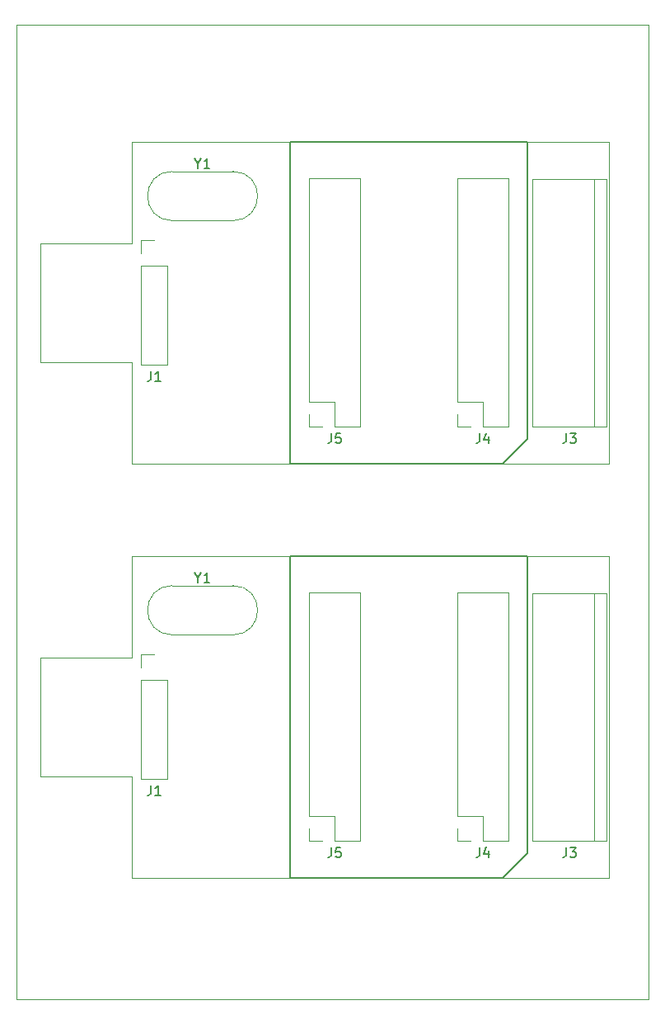
<source format=gbr>
G04 #@! TF.GenerationSoftware,KiCad,Pcbnew,(5.1.5)-3*
G04 #@! TF.CreationDate,2022-04-02T01:18:13+03:00*
G04 #@! TF.ProjectId,USB-UART_PANEL,5553422d-5541-4525-945f-50414e454c2e,rev?*
G04 #@! TF.SameCoordinates,Original*
G04 #@! TF.FileFunction,Legend,Top*
G04 #@! TF.FilePolarity,Positive*
%FSLAX46Y46*%
G04 Gerber Fmt 4.6, Leading zero omitted, Abs format (unit mm)*
G04 Created by KiCad (PCBNEW (5.1.5)-3) date 2022-04-02 01:18:13*
%MOMM*%
%LPD*%
G04 APERTURE LIST*
%ADD10C,0.050000*%
%ADD11C,0.150000*%
%ADD12C,0.120000*%
G04 APERTURE END LIST*
D10*
X0Y100000000D02*
X0Y0D01*
X65000000Y100000000D02*
X0Y100000000D01*
X65000000Y0D02*
X65000000Y100000000D01*
X0Y0D02*
X65000000Y0D01*
D11*
X28154000Y45520000D02*
X28154000Y12500000D01*
X52538000Y45520000D02*
X52538000Y15040000D01*
X28154000Y45520000D02*
X52538000Y45520000D01*
X52538000Y15040000D02*
X49998000Y12500000D01*
X49998000Y12500000D02*
X28154000Y12500000D01*
D10*
X2500000Y22914000D02*
X2500000Y35106000D01*
X11898000Y22914000D02*
X2500000Y22914000D01*
X11898000Y12500000D02*
X11898000Y22914000D01*
X60920000Y12500000D02*
X11898000Y12500000D01*
X60920000Y45520000D02*
X60920000Y12500000D01*
X11898000Y45520000D02*
X60920000Y45520000D01*
X11898000Y35106000D02*
X11898000Y45520000D01*
X2500000Y35106000D02*
X11898000Y35106000D01*
D11*
X28154000Y88020000D02*
X28154000Y55000000D01*
X52538000Y88020000D02*
X52538000Y57540000D01*
X28154000Y88020000D02*
X52538000Y88020000D01*
X52538000Y57540000D02*
X49998000Y55000000D01*
X49998000Y55000000D02*
X28154000Y55000000D01*
D10*
X2500000Y65414000D02*
X2500000Y77606000D01*
X11898000Y65414000D02*
X2500000Y65414000D01*
X11898000Y55000000D02*
X11898000Y65414000D01*
X60920000Y55000000D02*
X11898000Y55000000D01*
X60920000Y88020000D02*
X60920000Y55000000D01*
X11898000Y88020000D02*
X60920000Y88020000D01*
X11898000Y77606000D02*
X11898000Y88020000D01*
X2500000Y77606000D02*
X11898000Y77606000D01*
D12*
X53046000Y16310000D02*
X60666000Y16310000D01*
X53046000Y41710000D02*
X60666000Y41710000D01*
X53046000Y16310000D02*
X53046000Y41710000D01*
X59396000Y16310000D02*
X59396000Y41710000D01*
X60666000Y16310000D02*
X60666000Y41710000D01*
X22289000Y37407000D02*
G75*
G03X22289000Y42457000I0J2525000D01*
G01*
X16039000Y37407000D02*
G75*
G02X16039000Y42457000I0J2525000D01*
G01*
X16039000Y37407000D02*
X22289000Y37407000D01*
X16039000Y42457000D02*
X22289000Y42457000D01*
X31456000Y16250000D02*
X30126000Y16250000D01*
X30126000Y16250000D02*
X30126000Y17580000D01*
X32726000Y16250000D02*
X32726000Y18850000D01*
X32726000Y18850000D02*
X30126000Y18850000D01*
X30126000Y18850000D02*
X30126000Y41770000D01*
X35326000Y41770000D02*
X30126000Y41770000D01*
X35326000Y16250000D02*
X35326000Y41770000D01*
X35326000Y16250000D02*
X32726000Y16250000D01*
X46696000Y16250000D02*
X45366000Y16250000D01*
X45366000Y16250000D02*
X45366000Y17580000D01*
X47966000Y16250000D02*
X47966000Y18850000D01*
X47966000Y18850000D02*
X45366000Y18850000D01*
X45366000Y18850000D02*
X45366000Y41770000D01*
X50566000Y41770000D02*
X45366000Y41770000D01*
X50566000Y16250000D02*
X50566000Y41770000D01*
X50566000Y16250000D02*
X47966000Y16250000D01*
X12854000Y35420000D02*
X14184000Y35420000D01*
X12854000Y34090000D02*
X12854000Y35420000D01*
X12854000Y32820000D02*
X15514000Y32820000D01*
X15514000Y32820000D02*
X15514000Y22600000D01*
X12854000Y32820000D02*
X12854000Y22600000D01*
X12854000Y22600000D02*
X15514000Y22600000D01*
X53046000Y58810000D02*
X60666000Y58810000D01*
X53046000Y84210000D02*
X60666000Y84210000D01*
X53046000Y58810000D02*
X53046000Y84210000D01*
X59396000Y58810000D02*
X59396000Y84210000D01*
X60666000Y58810000D02*
X60666000Y84210000D01*
X22289000Y79907000D02*
G75*
G03X22289000Y84957000I0J2525000D01*
G01*
X16039000Y79907000D02*
G75*
G02X16039000Y84957000I0J2525000D01*
G01*
X16039000Y79907000D02*
X22289000Y79907000D01*
X16039000Y84957000D02*
X22289000Y84957000D01*
X31456000Y58750000D02*
X30126000Y58750000D01*
X30126000Y58750000D02*
X30126000Y60080000D01*
X32726000Y58750000D02*
X32726000Y61350000D01*
X32726000Y61350000D02*
X30126000Y61350000D01*
X30126000Y61350000D02*
X30126000Y84270000D01*
X35326000Y84270000D02*
X30126000Y84270000D01*
X35326000Y58750000D02*
X35326000Y84270000D01*
X35326000Y58750000D02*
X32726000Y58750000D01*
X46696000Y58750000D02*
X45366000Y58750000D01*
X45366000Y58750000D02*
X45366000Y60080000D01*
X47966000Y58750000D02*
X47966000Y61350000D01*
X47966000Y61350000D02*
X45366000Y61350000D01*
X45366000Y61350000D02*
X45366000Y84270000D01*
X50566000Y84270000D02*
X45366000Y84270000D01*
X50566000Y58750000D02*
X50566000Y84270000D01*
X50566000Y58750000D02*
X47966000Y58750000D01*
X12854000Y77920000D02*
X14184000Y77920000D01*
X12854000Y76590000D02*
X12854000Y77920000D01*
X12854000Y75320000D02*
X15514000Y75320000D01*
X15514000Y75320000D02*
X15514000Y65100000D01*
X12854000Y75320000D02*
X12854000Y65100000D01*
X12854000Y65100000D02*
X15514000Y65100000D01*
D11*
X56522666Y15587619D02*
X56522666Y14873333D01*
X56475047Y14730476D01*
X56379809Y14635238D01*
X56236952Y14587619D01*
X56141714Y14587619D01*
X56903619Y15587619D02*
X57522666Y15587619D01*
X57189333Y15206666D01*
X57332190Y15206666D01*
X57427428Y15159047D01*
X57475047Y15111428D01*
X57522666Y15016190D01*
X57522666Y14778095D01*
X57475047Y14682857D01*
X57427428Y14635238D01*
X57332190Y14587619D01*
X57046476Y14587619D01*
X56951238Y14635238D01*
X56903619Y14682857D01*
X18687809Y43257809D02*
X18687809Y42781619D01*
X18354476Y43781619D02*
X18687809Y43257809D01*
X19021142Y43781619D01*
X19878285Y42781619D02*
X19306857Y42781619D01*
X19592571Y42781619D02*
X19592571Y43781619D01*
X19497333Y43638761D01*
X19402095Y43543523D01*
X19306857Y43495904D01*
X32392666Y15587619D02*
X32392666Y14873333D01*
X32345047Y14730476D01*
X32249809Y14635238D01*
X32106952Y14587619D01*
X32011714Y14587619D01*
X33345047Y15587619D02*
X32868857Y15587619D01*
X32821238Y15111428D01*
X32868857Y15159047D01*
X32964095Y15206666D01*
X33202190Y15206666D01*
X33297428Y15159047D01*
X33345047Y15111428D01*
X33392666Y15016190D01*
X33392666Y14778095D01*
X33345047Y14682857D01*
X33297428Y14635238D01*
X33202190Y14587619D01*
X32964095Y14587619D01*
X32868857Y14635238D01*
X32821238Y14682857D01*
X47632666Y15587619D02*
X47632666Y14873333D01*
X47585047Y14730476D01*
X47489809Y14635238D01*
X47346952Y14587619D01*
X47251714Y14587619D01*
X48537428Y15254285D02*
X48537428Y14587619D01*
X48299333Y15635238D02*
X48061238Y14920952D01*
X48680285Y14920952D01*
X13850666Y21937619D02*
X13850666Y21223333D01*
X13803047Y21080476D01*
X13707809Y20985238D01*
X13564952Y20937619D01*
X13469714Y20937619D01*
X14850666Y20937619D02*
X14279238Y20937619D01*
X14564952Y20937619D02*
X14564952Y21937619D01*
X14469714Y21794761D01*
X14374476Y21699523D01*
X14279238Y21651904D01*
X56522666Y58087619D02*
X56522666Y57373333D01*
X56475047Y57230476D01*
X56379809Y57135238D01*
X56236952Y57087619D01*
X56141714Y57087619D01*
X56903619Y58087619D02*
X57522666Y58087619D01*
X57189333Y57706666D01*
X57332190Y57706666D01*
X57427428Y57659047D01*
X57475047Y57611428D01*
X57522666Y57516190D01*
X57522666Y57278095D01*
X57475047Y57182857D01*
X57427428Y57135238D01*
X57332190Y57087619D01*
X57046476Y57087619D01*
X56951238Y57135238D01*
X56903619Y57182857D01*
X18687809Y85757809D02*
X18687809Y85281619D01*
X18354476Y86281619D02*
X18687809Y85757809D01*
X19021142Y86281619D01*
X19878285Y85281619D02*
X19306857Y85281619D01*
X19592571Y85281619D02*
X19592571Y86281619D01*
X19497333Y86138761D01*
X19402095Y86043523D01*
X19306857Y85995904D01*
X32392666Y58087619D02*
X32392666Y57373333D01*
X32345047Y57230476D01*
X32249809Y57135238D01*
X32106952Y57087619D01*
X32011714Y57087619D01*
X33345047Y58087619D02*
X32868857Y58087619D01*
X32821238Y57611428D01*
X32868857Y57659047D01*
X32964095Y57706666D01*
X33202190Y57706666D01*
X33297428Y57659047D01*
X33345047Y57611428D01*
X33392666Y57516190D01*
X33392666Y57278095D01*
X33345047Y57182857D01*
X33297428Y57135238D01*
X33202190Y57087619D01*
X32964095Y57087619D01*
X32868857Y57135238D01*
X32821238Y57182857D01*
X47632666Y58087619D02*
X47632666Y57373333D01*
X47585047Y57230476D01*
X47489809Y57135238D01*
X47346952Y57087619D01*
X47251714Y57087619D01*
X48537428Y57754285D02*
X48537428Y57087619D01*
X48299333Y58135238D02*
X48061238Y57420952D01*
X48680285Y57420952D01*
X13850666Y64437619D02*
X13850666Y63723333D01*
X13803047Y63580476D01*
X13707809Y63485238D01*
X13564952Y63437619D01*
X13469714Y63437619D01*
X14850666Y63437619D02*
X14279238Y63437619D01*
X14564952Y63437619D02*
X14564952Y64437619D01*
X14469714Y64294761D01*
X14374476Y64199523D01*
X14279238Y64151904D01*
M02*

</source>
